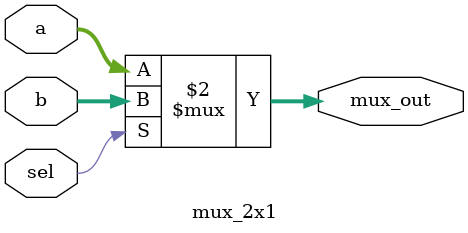
<source format=sv>
`timescale 1ns / 1ps

module DataPath (
    input logic clk,
    input logic rst,
    input logic RFSrcMuxSel,
    input logic [2:0] r_addr_1,
    input logic [2:0] r_addr_2,
    input logic [2:0] wr_addr,
    input logic wr_en,
    input logic OutPortEn,

    output logic R1Le10,
    output logic [7:0] OutPort
);

    logic [7:0] AdderResult;
    logic [7:0] RFSrcMuxOut;
    logic [7:0] r_data_1, r_data_2;

    mux_2x1 U_RFSrcMux (
        .sel(RFSrcMuxSel),
        .a  (AdderResult),
        .b  (8'd1),

        .mux_out(RFSrcMuxOut)
    );

    register_file U_REG_FILE (
        .clk(clk),
        .r_addr_1(r_addr_1),
        .r_addr_2(r_addr_2),
        .wr_addr(wr_addr),
        .wr_en(wr_en),
        .wr_data(RFSrcMuxOut),

        .r_data_1(r_data_1),
        .r_data_2(r_data_2)
    );

    comparator U_CMP_LE10 (
        .x0(r_data_1),
        .x1(8'd10),

        .y(R1Le10)
    );

    adder_8b U_ADDER_8B (
        .a(r_data_1),
        .b(r_data_2),

        .sum(AdderResult)
    );

    register U_OUT_PORT (
        .clk(clk),
        .rst(rst),
        .en (OutPortEn),
        .d  (r_data_1),


        .q(OutPort)
    );

endmodule


// Register file은 Reset이 없다
module register_file (
    input logic clk,
    input logic [2:0] r_addr_1,
    input logic [2:0] r_addr_2,
    input logic [2:0] wr_addr,
    input logic wr_en,
    input logic [7:0] wr_data,

    output logic [7:0] r_data_1,
    output logic [7:0] r_data_2
);

    logic [7:0] mem[0:(2**3-1)];  //2^addr - 1

    always_ff @(posedge clk) begin
        if (wr_en) begin
            mem[wr_addr] <= wr_data;
        end
    end

    assign r_data_1 = (r_addr_1 == 0) ? 0 : mem[r_addr_1];
    assign r_data_2 = (r_addr_2 == 0) ? 0 : mem[r_addr_2];

endmodule

module register (
    input logic clk,
    input logic rst,
    input logic en,
    input logic [7:0] d,


    output logic [7:0] q
);

    always_ff @(posedge clk or posedge rst) begin
        if (rst) begin
            q <= 0;
        end else if (en) begin
            q <= d;
        end else begin
            q <= q;
        end
    end

endmodule

module comparator (
    input logic [7:0] x0,
    input logic [7:0] x1,

    output logic y
);

    assign y = (x0 <= x1);

endmodule

module adder_8b (
    input logic [7:0] a,
    input logic [7:0] b,

    output logic [7:0] sum
);

    assign sum = a + b;

endmodule

module mux_2x1 (
    input logic sel,
    input logic [7:0] a,
    input logic [7:0] b,

    output logic [7:0] mux_out
);

    assign mux_out = (!sel) ? a : b;

endmodule

</source>
